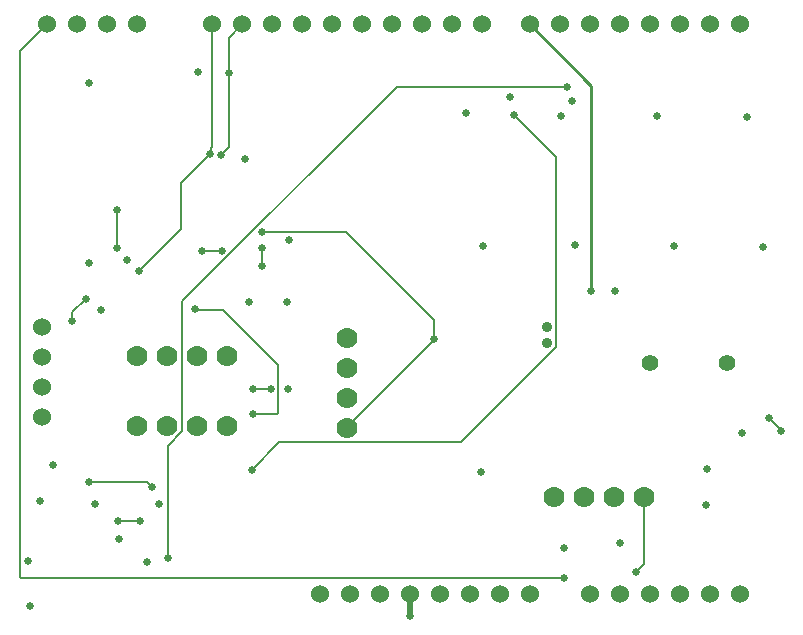
<source format=gbl>
G04*
G04 #@! TF.GenerationSoftware,Altium Limited,Altium Designer,22.1.2 (22)*
G04*
G04 Layer_Physical_Order=4*
G04 Layer_Color=16711680*
%FSLAX25Y25*%
%MOIN*%
G70*
G04*
G04 #@! TF.SameCoordinates,9C9567F8-7803-4A2A-AD9E-191CB7A9E8FD*
G04*
G04*
G04 #@! TF.FilePolarity,Positive*
G04*
G01*
G75*
%ADD11C,0.00600*%
%ADD14C,0.01000*%
%ADD38C,0.02000*%
%ADD39C,0.07000*%
%ADD40C,0.06000*%
%ADD41C,0.05543*%
%ADD42C,0.03543*%
%ADD43C,0.02500*%
D11*
X119500Y66000D02*
Y66350D01*
X148500Y95350D01*
Y102100D01*
X119400Y131200D02*
X148500Y102100D01*
X157571Y61200D02*
X189343Y92972D01*
Y156257D01*
X96900Y61200D02*
X157571D01*
X64700Y64912D02*
Y108206D01*
X71403Y124903D02*
X77791D01*
X136194Y179700D02*
X192900D01*
X64700Y108206D02*
X136194Y179700D01*
X77791Y124903D02*
X77794Y124906D01*
X71400Y124900D02*
X71403Y124903D01*
X91500Y131200D02*
X119400D01*
X91400Y131300D02*
X91500Y131200D01*
X69200Y105300D02*
X78200D01*
X96650Y86850D01*
Y70951D02*
Y86850D01*
X28000Y101600D02*
Y104500D01*
X32600Y109100D01*
X42900Y126100D02*
Y138500D01*
X10600Y16388D02*
Y191600D01*
X10951Y16037D02*
X191830D01*
X10600Y16388D02*
X10951Y16037D01*
X88400Y70600D02*
X96298D01*
X96650Y70951D01*
X50100Y118300D02*
X64100Y132300D01*
Y147471D02*
X73958Y157329D01*
X64100Y132300D02*
Y147471D01*
X73958Y157329D02*
X74150Y157521D01*
X68900Y105600D02*
X69200Y105300D01*
X59800Y60012D02*
X64700Y64912D01*
X94050Y79050D02*
X94100Y79100D01*
X88450Y79050D02*
X94050D01*
X175300Y170200D02*
X175400D01*
X189343Y156257D01*
X87800Y52100D02*
X96900Y61200D01*
X59800Y22500D02*
Y60012D01*
X88400Y79000D02*
X88450Y79050D01*
X43200Y35000D02*
X43250Y35050D01*
X50650D01*
X50700Y35100D01*
X33500Y48100D02*
X53000D01*
X80100Y159746D02*
Y184300D01*
X77450Y157096D02*
X80100Y159746D01*
X74150Y159479D02*
X74450Y159779D01*
Y200450D01*
X74150Y157521D02*
Y159479D01*
X91300Y119900D02*
Y126100D01*
X264100Y65100D02*
Y65250D01*
X260100Y69250D02*
X264100Y65250D01*
X260100Y69250D02*
Y69400D01*
X53000Y48100D02*
X54700Y46400D01*
X10600Y191600D02*
X19500Y200500D01*
X74450Y200450D02*
X74500Y200500D01*
X215800Y18000D02*
X218500Y20700D01*
Y43000D01*
X80100Y184300D02*
Y196100D01*
X84500Y200500D01*
D14*
X180500D02*
X201000Y180000D01*
Y111500D02*
Y180000D01*
D38*
X140450Y3250D02*
X140475Y3275D01*
Y10475D01*
X140500Y10500D01*
D39*
X208500Y43000D02*
D03*
X218500D02*
D03*
X188500D02*
D03*
X198500D02*
D03*
X69500Y66500D02*
D03*
X79500D02*
D03*
X49500D02*
D03*
X59500D02*
D03*
X69500Y90000D02*
D03*
X79500D02*
D03*
X49500D02*
D03*
X59500D02*
D03*
X119500Y76000D02*
D03*
Y66000D02*
D03*
Y96000D02*
D03*
Y86000D02*
D03*
D40*
X180500Y10500D02*
D03*
X170500D02*
D03*
X160500D02*
D03*
X150500D02*
D03*
X140500D02*
D03*
X130500D02*
D03*
X120500D02*
D03*
X110500D02*
D03*
X18000Y99500D02*
D03*
Y89500D02*
D03*
Y79500D02*
D03*
Y69500D02*
D03*
X19500Y200500D02*
D03*
X29500D02*
D03*
X39500D02*
D03*
X49500D02*
D03*
X164500D02*
D03*
X154500D02*
D03*
X144500D02*
D03*
X134500D02*
D03*
X124500D02*
D03*
X114500D02*
D03*
X104500D02*
D03*
X94500D02*
D03*
X84500D02*
D03*
X74500D02*
D03*
X250500D02*
D03*
X240500D02*
D03*
X230500D02*
D03*
X220500D02*
D03*
X210500D02*
D03*
X200500D02*
D03*
X190500D02*
D03*
X180500D02*
D03*
X250500Y10500D02*
D03*
X240500D02*
D03*
X230500D02*
D03*
X220500D02*
D03*
X210500D02*
D03*
X200500D02*
D03*
D41*
X220705Y87500D02*
D03*
X246295D02*
D03*
D42*
X186272Y99756D02*
D03*
Y94244D02*
D03*
D43*
X70000Y184500D02*
D03*
X210600Y27500D02*
D03*
X191900Y25900D02*
D03*
X251200Y64300D02*
D03*
X209000Y111600D02*
D03*
X194500Y175100D02*
D03*
X174000Y176200D02*
D03*
X100100Y128600D02*
D03*
X46400Y122000D02*
D03*
X37500Y105200D02*
D03*
X53000Y21400D02*
D03*
X100000Y79100D02*
D03*
X56800Y40600D02*
D03*
X43500Y28900D02*
D03*
X35700Y40500D02*
D03*
X148500Y95700D02*
D03*
X164400Y51200D02*
D03*
X77794Y124906D02*
D03*
X91400Y131300D02*
D03*
X239600Y52200D02*
D03*
X192900Y179700D02*
D03*
X159300Y171100D02*
D03*
X252800Y169700D02*
D03*
X222900Y170000D02*
D03*
X190900D02*
D03*
X28000Y101600D02*
D03*
X32600Y109100D02*
D03*
X42900Y126100D02*
D03*
X13800Y6500D02*
D03*
X42900Y138500D02*
D03*
X71400Y124900D02*
D03*
X50100Y118300D02*
D03*
X68900Y105600D02*
D03*
X88400Y70600D02*
D03*
X94100Y79100D02*
D03*
X175300Y170200D02*
D03*
X87800Y52100D02*
D03*
X88400Y79000D02*
D03*
X59800Y22500D02*
D03*
X50700Y35100D02*
D03*
X43200Y35000D02*
D03*
X13150Y21700D02*
D03*
X33500Y48100D02*
D03*
Y180800D02*
D03*
X77450Y157096D02*
D03*
X73958Y157329D02*
D03*
X91300Y126100D02*
D03*
Y119900D02*
D03*
X99500Y107900D02*
D03*
X260100Y69400D02*
D03*
X264100Y65100D02*
D03*
X54700Y46400D02*
D03*
X17400Y41600D02*
D03*
X21600Y53600D02*
D03*
X191830Y16037D02*
D03*
X239400Y40400D02*
D03*
X215800Y18000D02*
D03*
X80100Y184300D02*
D03*
X85600Y155600D02*
D03*
X201000Y111500D02*
D03*
X140450Y3250D02*
D03*
X258200Y126200D02*
D03*
X228700Y126500D02*
D03*
X195700Y127100D02*
D03*
X164800Y126700D02*
D03*
X33600Y120800D02*
D03*
X87000Y108000D02*
D03*
M02*

</source>
